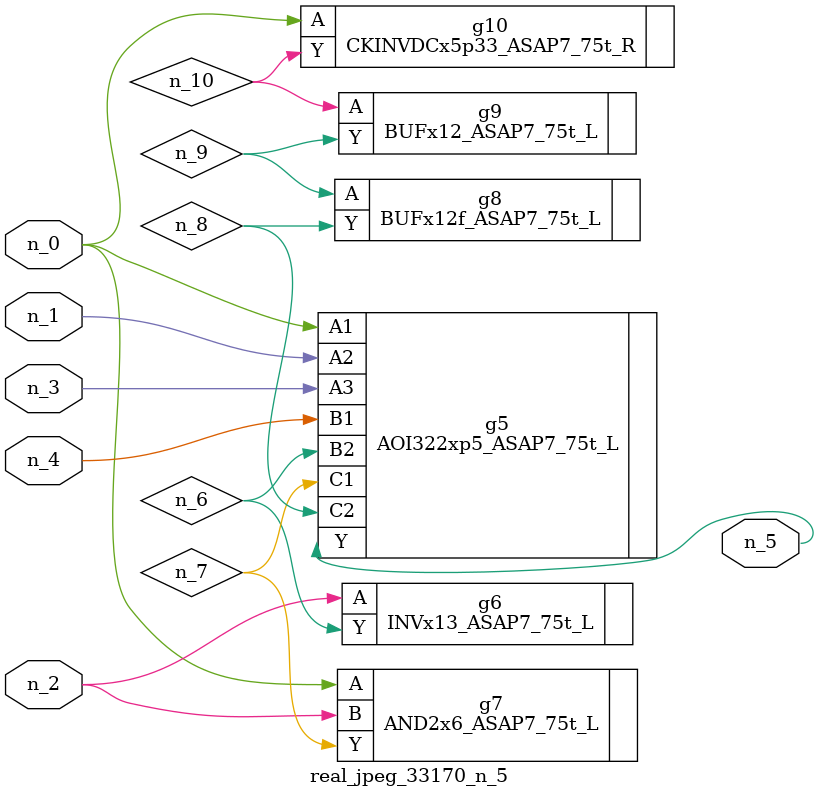
<source format=v>
module real_jpeg_33170_n_5 (n_4, n_0, n_1, n_2, n_3, n_5);

input n_4;
input n_0;
input n_1;
input n_2;
input n_3;

output n_5;

wire n_8;
wire n_6;
wire n_7;
wire n_10;
wire n_9;

AOI322xp5_ASAP7_75t_L g5 ( 
.A1(n_0),
.A2(n_1),
.A3(n_3),
.B1(n_4),
.B2(n_6),
.C1(n_7),
.C2(n_8),
.Y(n_5)
);

AND2x6_ASAP7_75t_L g7 ( 
.A(n_0),
.B(n_2),
.Y(n_7)
);

CKINVDCx5p33_ASAP7_75t_R g10 ( 
.A(n_0),
.Y(n_10)
);

INVx13_ASAP7_75t_L g6 ( 
.A(n_2),
.Y(n_6)
);

BUFx12f_ASAP7_75t_L g8 ( 
.A(n_9),
.Y(n_8)
);

BUFx12_ASAP7_75t_L g9 ( 
.A(n_10),
.Y(n_9)
);


endmodule
</source>
